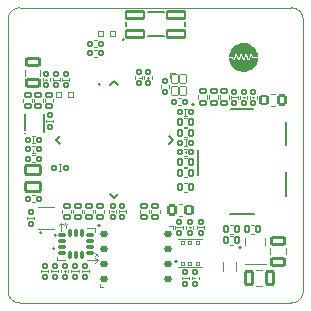
<source format=gto>
%TF.GenerationSoftware,KiCad,Pcbnew,9.0.1*%
%TF.CreationDate,2025-12-15T19:45:58-06:00*%
%TF.ProjectId,ProtoCore_v1,50726f74-6f43-46f7-9265-5f76312e6b69,rev?*%
%TF.SameCoordinates,Original*%
%TF.FileFunction,Legend,Top*%
%TF.FilePolarity,Positive*%
%FSLAX46Y46*%
G04 Gerber Fmt 4.6, Leading zero omitted, Abs format (unit mm)*
G04 Created by KiCad (PCBNEW 9.0.1) date 2025-12-15 19:45:58*
%MOMM*%
%LPD*%
G01*
G04 APERTURE LIST*
G04 Aperture macros list*
%AMRoundRect*
0 Rectangle with rounded corners*
0 $1 Rounding radius*
0 $2 $3 $4 $5 $6 $7 $8 $9 X,Y pos of 4 corners*
0 Add a 4 corners polygon primitive as box body*
4,1,4,$2,$3,$4,$5,$6,$7,$8,$9,$2,$3,0*
0 Add four circle primitives for the rounded corners*
1,1,$1+$1,$2,$3*
1,1,$1+$1,$4,$5*
1,1,$1+$1,$6,$7*
1,1,$1+$1,$8,$9*
0 Add four rect primitives between the rounded corners*
20,1,$1+$1,$2,$3,$4,$5,0*
20,1,$1+$1,$4,$5,$6,$7,0*
20,1,$1+$1,$6,$7,$8,$9,0*
20,1,$1+$1,$8,$9,$2,$3,0*%
G04 Aperture macros list end*
%ADD10C,0.120000*%
%ADD11C,0.150000*%
%ADD12C,0.125001*%
%ADD13C,0.000000*%
%ADD14C,0.127000*%
%ADD15C,0.200000*%
%ADD16C,0.100000*%
%ADD17C,0.161803*%
%ADD18C,0.177475*%
%ADD19C,0.010000*%
%ADD20RoundRect,0.082500X-0.192500X0.197500X-0.192500X-0.197500X0.192500X-0.197500X0.192500X0.197500X0*%
%ADD21R,0.246234X0.804110*%
%ADD22R,0.246236X0.804111*%
%ADD23R,0.242472X0.804111*%
%ADD24R,0.246232X0.804111*%
%ADD25RoundRect,0.076500X0.243500X-0.178500X0.243500X0.178500X-0.243500X0.178500X-0.243500X-0.178500X0*%
%ADD26RoundRect,0.082500X0.197500X0.192500X-0.197500X0.192500X-0.197500X-0.192500X0.197500X-0.192500X0*%
%ADD27RoundRect,0.082500X0.192500X-0.197500X0.192500X0.197500X-0.192500X0.197500X-0.192500X-0.197500X0*%
%ADD28RoundRect,0.076500X-0.243500X0.178500X-0.243500X-0.178500X0.243500X-0.178500X0.243500X0.178500X0*%
%ADD29RoundRect,0.082500X-0.197500X-0.192500X0.197500X-0.192500X0.197500X0.192500X-0.197500X0.192500X0*%
%ADD30RoundRect,0.076500X0.178500X0.243500X-0.178500X0.243500X-0.178500X-0.243500X0.178500X-0.243500X0*%
%ADD31C,0.600000*%
%ADD32RoundRect,0.102000X-0.650000X0.375000X-0.650000X-0.375000X0.650000X-0.375000X0.650000X0.375000X0*%
%ADD33RoundRect,0.050000X-0.290000X-0.365000X0.290000X-0.365000X0.290000X0.365000X-0.290000X0.365000X0*%
%ADD34R,1.800000X0.800000*%
%ADD35C,0.290000*%
%ADD36RoundRect,0.125000X-0.250000X-0.125000X0.250000X-0.125000X0.250000X0.125000X-0.250000X0.125000X0*%
%ADD37R,3.000000X3.750000*%
%ADD38RoundRect,0.123750X-0.288750X-0.338750X0.288750X-0.338750X0.288750X0.338750X-0.288750X0.338750X0*%
%ADD39RoundRect,0.123750X-0.288750X-0.351250X0.288750X-0.351250X0.288750X0.351250X-0.288750X0.351250X0*%
%ADD40RoundRect,0.123750X0.288750X0.338750X-0.288750X0.338750X-0.288750X-0.338750X0.288750X-0.338750X0*%
%ADD41RoundRect,0.123750X0.288750X0.351250X-0.288750X0.351250X-0.288750X-0.351250X0.288750X-0.351250X0*%
%ADD42RoundRect,0.076500X-0.178500X-0.243500X0.178500X-0.243500X0.178500X0.243500X-0.178500X0.243500X0*%
%ADD43RoundRect,0.135000X0.540000X-0.315000X0.540000X0.315000X-0.540000X0.315000X-0.540000X-0.315000X0*%
%ADD44RoundRect,0.087500X-0.225000X-0.087500X0.225000X-0.087500X0.225000X0.087500X-0.225000X0.087500X0*%
%ADD45RoundRect,0.087500X-0.087500X-0.225000X0.087500X-0.225000X0.087500X0.225000X-0.087500X0.225000X0*%
%ADD46RoundRect,0.055000X-0.240000X-0.220000X0.240000X-0.220000X0.240000X0.220000X-0.240000X0.220000X0*%
%ADD47R,0.200000X0.600000*%
%ADD48R,0.200000X1.600000*%
%ADD49RoundRect,0.056250X0.143750X-0.131250X0.143750X0.131250X-0.143750X0.131250X-0.143750X-0.131250X0*%
%ADD50R,1.600000X1.000000*%
%ADD51R,0.275000X0.250000*%
%ADD52R,0.250000X0.275000*%
%ADD53RoundRect,0.135000X-0.540000X0.315000X-0.540000X-0.315000X0.540000X-0.315000X0.540000X0.315000X0*%
%ADD54RoundRect,0.135000X-0.315000X-0.540000X0.315000X-0.540000X0.315000X0.540000X-0.315000X0.540000X0*%
%ADD55RoundRect,0.102000X0.750000X0.300000X-0.750000X0.300000X-0.750000X-0.300000X0.750000X-0.300000X0*%
%TA.AperFunction,Profile*%
%ADD56C,0.100000*%
%TD*%
G04 APERTURE END LIST*
D10*
%TO.C,C37*%
X142875000Y-109699664D02*
X142875000Y-109915336D01*
X142875000Y-109807500D02*
X143475000Y-109807500D01*
X143475000Y-109699664D02*
X143475000Y-109915336D01*
D11*
%TO.C,U4*%
X138935000Y-97827500D02*
X138935000Y-96502499D01*
X140585000Y-98002501D02*
X140585000Y-96502499D01*
D12*
X138997500Y-98127500D02*
G75*
G02*
X138872500Y-98127500I-62500J0D01*
G01*
X138872500Y-98127500D02*
G75*
G02*
X138997500Y-98127500I62500J0D01*
G01*
D10*
%TO.C,R4*%
X143020000Y-104898641D02*
X143020000Y-104591359D01*
X143780000Y-104898641D02*
X143780000Y-104591359D01*
%TO.C,C31*%
X152545000Y-98650000D02*
X152545000Y-99250000D01*
X152652836Y-98650000D02*
X152437164Y-98650000D01*
X152652836Y-99250000D02*
X152437164Y-99250000D01*
%TO.C,C3*%
X150490000Y-94084663D02*
X150490000Y-94300337D01*
X151090000Y-94084663D02*
X151090000Y-94300337D01*
%TO.C,C26*%
X151675000Y-106202836D02*
X151675000Y-105987164D01*
X152275000Y-106095000D02*
X151675000Y-106095000D01*
X152275000Y-106202836D02*
X152275000Y-105987164D01*
%TO.C,R7*%
X153620000Y-94921359D02*
X153620000Y-95228641D01*
X154380000Y-94921359D02*
X154380000Y-95228641D01*
%TO.C,C40*%
X141169098Y-109699664D02*
X141169098Y-109915336D01*
X141169098Y-109807500D02*
X141769098Y-109807500D01*
X141769098Y-109699664D02*
X141769098Y-109915336D01*
D13*
%TO.C,G\u002A\u002A\u002A*%
G36*
X156832095Y-91557697D02*
G01*
X156836568Y-91569369D01*
X156844946Y-91591968D01*
X156856637Y-91623869D01*
X156871047Y-91663443D01*
X156887584Y-91709063D01*
X156905655Y-91759102D01*
X156920771Y-91801094D01*
X156939552Y-91852898D01*
X156957300Y-91901024D01*
X156973432Y-91943947D01*
X156987361Y-91980143D01*
X156998502Y-92008086D01*
X157006269Y-92026252D01*
X157009743Y-92032822D01*
X157025832Y-92043053D01*
X157044007Y-92042350D01*
X157059220Y-92031044D01*
X157060291Y-92029487D01*
X157065551Y-92018622D01*
X157074330Y-91997433D01*
X157085747Y-91968184D01*
X157098916Y-91933141D01*
X157112953Y-91894567D01*
X157112994Y-91894452D01*
X157144299Y-91807326D01*
X157171374Y-91732577D01*
X157194207Y-91670243D01*
X157212783Y-91620360D01*
X157227088Y-91582966D01*
X157237109Y-91558098D01*
X157242831Y-91545793D01*
X157244042Y-91544360D01*
X157247380Y-91550326D01*
X157254354Y-91566909D01*
X157264195Y-91592137D01*
X157276131Y-91624041D01*
X157288946Y-91659390D01*
X157305669Y-91706198D01*
X157325023Y-91760373D01*
X157345152Y-91816721D01*
X157364201Y-91870050D01*
X157374107Y-91897786D01*
X157392438Y-91947646D01*
X157407761Y-91985811D01*
X157420673Y-92013431D01*
X157431773Y-92031651D01*
X157441656Y-92041620D01*
X157450451Y-92044491D01*
X157457268Y-92042558D01*
X157464547Y-92035990D01*
X157472824Y-92023638D01*
X157482635Y-92004353D01*
X157494515Y-91976983D01*
X157508999Y-91940379D01*
X157526624Y-91893392D01*
X157547403Y-91836314D01*
X157565710Y-91785414D01*
X157583467Y-91735779D01*
X157599905Y-91689576D01*
X157614258Y-91648970D01*
X157625758Y-91616126D01*
X157633637Y-91593211D01*
X157634735Y-91589937D01*
X157643910Y-91563651D01*
X157650363Y-91548758D01*
X157654922Y-91543797D01*
X157658418Y-91547306D01*
X157658647Y-91547836D01*
X157662095Y-91556959D01*
X157669506Y-91577152D01*
X157680341Y-91606932D01*
X157694063Y-91644814D01*
X157710135Y-91689315D01*
X157728019Y-91738951D01*
X157747177Y-91792236D01*
X157747963Y-91794426D01*
X157767280Y-91847634D01*
X157785610Y-91897028D01*
X157802386Y-91941158D01*
X157817039Y-91978574D01*
X157829002Y-92007826D01*
X157837705Y-92027467D01*
X157842582Y-92036045D01*
X157842712Y-92036156D01*
X157861880Y-92043869D01*
X157881364Y-92040988D01*
X157892344Y-92032822D01*
X157896925Y-92023940D01*
X157905405Y-92004024D01*
X157917209Y-91974601D01*
X157931761Y-91937199D01*
X157948486Y-91893348D01*
X157966808Y-91844577D01*
X157986154Y-91792413D01*
X158005946Y-91738386D01*
X158025611Y-91684024D01*
X158044572Y-91630856D01*
X158058106Y-91592337D01*
X158067639Y-91566758D01*
X158076028Y-91547430D01*
X158082156Y-91536761D01*
X158084438Y-91535656D01*
X158088246Y-91543584D01*
X158095504Y-91561699D01*
X158105287Y-91587589D01*
X158116671Y-91618843D01*
X158121021Y-91631049D01*
X158132686Y-91663936D01*
X158142900Y-91692652D01*
X158150769Y-91714689D01*
X158155398Y-91727541D01*
X158156089Y-91729409D01*
X158159824Y-91731636D01*
X158169844Y-91733459D01*
X158187164Y-91734911D01*
X158212797Y-91736024D01*
X158247756Y-91736831D01*
X158293057Y-91737366D01*
X158349712Y-91737659D01*
X158415286Y-91737744D01*
X158671307Y-91737744D01*
X158671268Y-91772753D01*
X158670212Y-91795152D01*
X158667418Y-91825583D01*
X158663394Y-91858931D01*
X158661251Y-91873957D01*
X158636174Y-91997275D01*
X158599325Y-92115340D01*
X158551414Y-92227602D01*
X158493149Y-92333506D01*
X158425241Y-92432502D01*
X158348399Y-92524037D01*
X158263332Y-92607559D01*
X158170749Y-92682516D01*
X158071361Y-92748355D01*
X157965876Y-92804525D01*
X157855004Y-92850473D01*
X157739454Y-92885646D01*
X157619935Y-92909494D01*
X157497158Y-92921464D01*
X157371831Y-92921003D01*
X157320953Y-92917196D01*
X157196033Y-92898662D01*
X157074084Y-92867456D01*
X156956135Y-92824101D01*
X156843215Y-92769120D01*
X156736354Y-92703035D01*
X156636581Y-92626370D01*
X156544926Y-92539647D01*
X156516206Y-92508426D01*
X156439714Y-92412769D01*
X156371999Y-92308510D01*
X156314703Y-92198311D01*
X156290791Y-92142610D01*
X156273340Y-92093872D01*
X156256696Y-92038017D01*
X156241579Y-91978362D01*
X156228707Y-91918222D01*
X156218797Y-91860913D01*
X156212567Y-91809751D01*
X156210700Y-91772753D01*
X156210661Y-91737744D01*
X156336180Y-91737744D01*
X156461699Y-91737744D01*
X156513921Y-91872780D01*
X156533516Y-91923389D01*
X156548996Y-91962928D01*
X156561065Y-91992762D01*
X156570430Y-92014256D01*
X156577795Y-92028775D01*
X156583865Y-92037683D01*
X156589347Y-92042346D01*
X156594946Y-92044129D01*
X156601366Y-92044396D01*
X156602602Y-92044389D01*
X156619400Y-92042403D01*
X156629346Y-92038845D01*
X156632258Y-92035096D01*
X156636905Y-92026062D01*
X156643577Y-92010986D01*
X156652568Y-91989112D01*
X156664169Y-91959682D01*
X156678673Y-91921940D01*
X156696371Y-91875128D01*
X156717557Y-91818488D01*
X156742522Y-91751265D01*
X156771558Y-91672701D01*
X156790598Y-91621047D01*
X156822527Y-91534357D01*
X156832095Y-91557697D01*
G37*
G36*
X157564201Y-90482913D02*
G01*
X157641019Y-90492813D01*
X157719090Y-90508703D01*
X157742506Y-90514469D01*
X157862819Y-90550898D01*
X157974702Y-90597004D01*
X158079515Y-90653560D01*
X158178615Y-90721343D01*
X158273360Y-90801126D01*
X158314588Y-90840801D01*
X158400819Y-90935099D01*
X158474546Y-91033253D01*
X158536252Y-91136087D01*
X158586420Y-91244423D01*
X158625534Y-91359085D01*
X158631409Y-91380351D01*
X158641610Y-91422338D01*
X158651172Y-91468564D01*
X158659500Y-91515451D01*
X158665999Y-91559421D01*
X158670073Y-91596896D01*
X158671185Y-91619380D01*
X158671307Y-91644386D01*
X158451249Y-91644386D01*
X158398590Y-91644320D01*
X158350450Y-91644131D01*
X158308381Y-91643837D01*
X158273938Y-91643453D01*
X158248675Y-91642995D01*
X158234147Y-91642479D01*
X158231191Y-91642107D01*
X158228919Y-91634116D01*
X158222624Y-91615763D01*
X158213085Y-91589127D01*
X158201084Y-91556287D01*
X158187402Y-91519322D01*
X158172819Y-91480312D01*
X158158116Y-91441335D01*
X158144075Y-91404472D01*
X158131474Y-91371800D01*
X158121097Y-91345400D01*
X158113722Y-91327349D01*
X158110136Y-91319734D01*
X158097598Y-91313146D01*
X158079183Y-91311245D01*
X158061466Y-91314044D01*
X158052287Y-91319592D01*
X158049385Y-91324789D01*
X158044475Y-91336084D01*
X158037284Y-91354225D01*
X158027536Y-91379961D01*
X158014958Y-91414037D01*
X157999276Y-91457203D01*
X157980214Y-91510206D01*
X157957499Y-91573794D01*
X157930857Y-91648715D01*
X157910165Y-91707056D01*
X157895422Y-91748464D01*
X157884377Y-91778615D01*
X157876331Y-91798841D01*
X157870586Y-91810475D01*
X157866444Y-91814851D01*
X157863204Y-91813302D01*
X157860169Y-91807160D01*
X157859122Y-91804428D01*
X157855462Y-91794443D01*
X157847828Y-91773450D01*
X157836777Y-91742987D01*
X157822865Y-91704591D01*
X157806650Y-91659799D01*
X157788687Y-91610146D01*
X157770930Y-91561031D01*
X157751773Y-91508459D01*
X157733653Y-91459556D01*
X157717149Y-91415819D01*
X157702838Y-91378746D01*
X157691299Y-91349835D01*
X157683109Y-91330584D01*
X157678980Y-91322635D01*
X157664891Y-91313863D01*
X157646853Y-91311256D01*
X157631061Y-91315207D01*
X157626283Y-91319301D01*
X157621248Y-91329189D01*
X157613458Y-91348179D01*
X157604346Y-91372711D01*
X157601443Y-91380984D01*
X157594262Y-91401589D01*
X157583851Y-91431263D01*
X157570909Y-91468028D01*
X157556138Y-91509904D01*
X157540236Y-91554912D01*
X157523906Y-91601074D01*
X157507848Y-91646411D01*
X157492761Y-91688943D01*
X157479347Y-91726692D01*
X157468306Y-91757678D01*
X157460338Y-91779924D01*
X157456278Y-91791091D01*
X157451006Y-91801776D01*
X157446504Y-91800639D01*
X157444771Y-91797760D01*
X157441387Y-91789361D01*
X157434082Y-91769864D01*
X157423390Y-91740742D01*
X157409847Y-91703468D01*
X157393988Y-91659514D01*
X157376348Y-91610352D01*
X157357548Y-91557697D01*
X157338644Y-91504886D01*
X157320927Y-91455892D01*
X157304941Y-91412177D01*
X157291225Y-91375201D01*
X157280322Y-91346422D01*
X157272773Y-91327302D01*
X157269120Y-91319301D01*
X157255752Y-91311620D01*
X157237899Y-91311805D01*
X157221282Y-91319139D01*
X157214640Y-91326118D01*
X157209441Y-91336858D01*
X157200694Y-91358036D01*
X157189233Y-91387497D01*
X157175893Y-91423084D01*
X157161510Y-91462641D01*
X157158469Y-91471156D01*
X157130983Y-91548194D01*
X157107569Y-91613428D01*
X157087926Y-91667653D01*
X157071749Y-91711665D01*
X157058738Y-91746259D01*
X157048589Y-91772229D01*
X157041001Y-91790371D01*
X157035670Y-91801480D01*
X157032294Y-91806351D01*
X157030927Y-91806470D01*
X157027717Y-91800121D01*
X157021420Y-91784700D01*
X157011857Y-91759716D01*
X156998847Y-91724678D01*
X156982211Y-91679097D01*
X156961769Y-91622481D01*
X156937339Y-91554341D01*
X156908744Y-91474185D01*
X156902950Y-91457911D01*
X156888681Y-91418348D01*
X156875502Y-91382804D01*
X156864191Y-91353304D01*
X156855530Y-91331870D01*
X156850296Y-91320528D01*
X156849645Y-91319541D01*
X156836609Y-91312591D01*
X156818618Y-91311545D01*
X156802647Y-91316340D01*
X156798295Y-91319988D01*
X156793658Y-91329006D01*
X156785489Y-91348358D01*
X156774678Y-91375795D01*
X156762116Y-91409068D01*
X156751413Y-91438352D01*
X156736101Y-91480645D01*
X156719391Y-91526440D01*
X156701903Y-91574073D01*
X156684256Y-91621885D01*
X156667069Y-91668212D01*
X156650962Y-91711395D01*
X156636553Y-91749769D01*
X156624461Y-91781675D01*
X156615307Y-91805450D01*
X156609709Y-91819433D01*
X156608274Y-91822480D01*
X156605225Y-91817484D01*
X156598454Y-91802270D01*
X156588924Y-91779113D01*
X156577594Y-91750282D01*
X156576021Y-91746191D01*
X156564183Y-91715222D01*
X156553848Y-91688034D01*
X156546093Y-91667463D01*
X156541990Y-91656345D01*
X156541888Y-91656056D01*
X156539694Y-91652421D01*
X156534908Y-91649625D01*
X156525959Y-91647560D01*
X156511276Y-91646117D01*
X156489287Y-91645187D01*
X156458421Y-91644661D01*
X156417108Y-91644431D01*
X156373263Y-91644386D01*
X156208694Y-91644386D01*
X156213033Y-91587932D01*
X156228710Y-91469652D01*
X156256977Y-91353737D01*
X156297164Y-91241117D01*
X156348602Y-91132723D01*
X156410621Y-91029485D01*
X156482551Y-90932334D01*
X156563723Y-90842200D01*
X156653468Y-90760014D01*
X156751115Y-90686705D01*
X156855996Y-90623206D01*
X156935347Y-90584200D01*
X157039706Y-90542635D01*
X157142957Y-90512074D01*
X157248570Y-90491727D01*
X157360015Y-90480801D01*
X157395958Y-90479214D01*
X157484045Y-90478536D01*
X157564201Y-90482913D01*
G37*
D10*
%TO.C,C9*%
X152412164Y-96050000D02*
X152627836Y-96050000D01*
X152412164Y-96650000D02*
X152627836Y-96650000D01*
X152520000Y-96650000D02*
X152520000Y-96050000D01*
%TO.C,C25*%
X139125000Y-105197164D02*
X139125000Y-105412836D01*
X139125000Y-105305000D02*
X139725000Y-105305000D01*
X139725000Y-105197164D02*
X139725000Y-105412836D01*
%TO.C,R22*%
X152673641Y-97720000D02*
X152366359Y-97720000D01*
X152673641Y-98480000D02*
X152366359Y-98480000D01*
%TO.C,R3*%
X142095000Y-104898641D02*
X142095000Y-104591359D01*
X142855000Y-104898641D02*
X142855000Y-104591359D01*
%TO.C,R15*%
X138800000Y-95201359D02*
X138800000Y-95508641D01*
X139560000Y-95201359D02*
X139560000Y-95508641D01*
%TO.C,C11*%
X146875000Y-104637164D02*
X146875000Y-104852836D01*
X146875000Y-104745000D02*
X147475000Y-104745000D01*
X147475000Y-104637164D02*
X147475000Y-104852836D01*
D14*
%TO.C,U1*%
X141557864Y-98665434D02*
X141890204Y-98333094D01*
X141557864Y-98665434D02*
X141890204Y-98997774D01*
X146507611Y-93715687D02*
X146175271Y-94048027D01*
X146507611Y-93715687D02*
X146839951Y-94048027D01*
X146507611Y-103615181D02*
X146175271Y-103282841D01*
X146507611Y-103615181D02*
X146839951Y-103282841D01*
X151457358Y-98665434D02*
X151125018Y-98333094D01*
X151457358Y-98665434D02*
X151125018Y-98997774D01*
D15*
X145292141Y-93980852D02*
G75*
G02*
X145142141Y-93980852I-75000J0D01*
G01*
X145142141Y-93980852D02*
G75*
G02*
X145292141Y-93980852I75000J0D01*
G01*
D16*
%TO.C,Y2*%
X151250000Y-93037500D02*
X151250000Y-93437500D01*
X151650000Y-93037500D02*
X151250000Y-93037500D01*
D10*
%TO.C,R13*%
X156573641Y-106795000D02*
X156266359Y-106795000D01*
X156573641Y-107555000D02*
X156266359Y-107555000D01*
%TO.C,C5*%
X141275000Y-93702836D02*
X141275000Y-93487164D01*
X141875000Y-93595000D02*
X141275000Y-93595000D01*
X141875000Y-93702836D02*
X141875000Y-93487164D01*
%TO.C,C29*%
X156350000Y-95202836D02*
X156350000Y-94987164D01*
X156950000Y-95095000D02*
X156350000Y-95095000D01*
X156950000Y-95202836D02*
X156950000Y-94987164D01*
%TO.C,L3*%
X155715000Y-109025378D02*
X155715000Y-109824622D01*
X156835000Y-109025378D02*
X156835000Y-109824622D01*
%TO.C,C13*%
X139537163Y-103375000D02*
X139752837Y-103375000D01*
X139537163Y-103975000D02*
X139752837Y-103975000D01*
%TO.C,R11*%
X149595000Y-104898641D02*
X149595000Y-104591359D01*
X150355000Y-104898641D02*
X150355000Y-104591359D01*
%TO.C,C8*%
X142100000Y-93702836D02*
X142100000Y-93487164D01*
X142700000Y-93595000D02*
X142100000Y-93595000D01*
X142700000Y-93702836D02*
X142700000Y-93487164D01*
D15*
%TO.C,U7*%
X153550000Y-101625000D02*
X153550000Y-99575000D01*
X156350000Y-96100000D02*
X158250000Y-96100000D01*
X158325000Y-105000000D02*
X156324999Y-105000000D01*
X161050000Y-99150000D02*
X161050000Y-97150000D01*
X161050000Y-103450000D02*
X161050000Y-101450000D01*
X153275737Y-95700000D02*
G75*
G02*
X153074263Y-95700000I-100737J0D01*
G01*
X153074263Y-95700000D02*
G75*
G02*
X153275737Y-95700000I100737J0D01*
G01*
D10*
%TO.C,C15*%
X145027837Y-90230000D02*
X144812163Y-90230000D01*
X145027837Y-90830000D02*
X144812163Y-90830000D01*
%TO.C,C4*%
X140450000Y-93702836D02*
X140450000Y-93487164D01*
X140750000Y-93661418D02*
X140750000Y-93528582D01*
X140841418Y-93595000D02*
X140658582Y-93595000D01*
X141050000Y-93702836D02*
X141050000Y-93487164D01*
%TO.C,U6*%
X145250000Y-111150000D02*
X145250000Y-110900000D01*
X145250000Y-111160000D02*
X145550000Y-111160000D01*
X151450000Y-105950000D02*
X151150000Y-105950000D01*
X151450000Y-105960000D02*
X151450000Y-106210000D01*
D15*
X145300000Y-105950000D02*
G75*
G02*
X145100000Y-105950000I-100000J0D01*
G01*
X145100000Y-105950000D02*
G75*
G02*
X145300000Y-105950000I100000J0D01*
G01*
D10*
%TO.C,C10*%
X141895000Y-100750000D02*
X141895000Y-101350000D01*
X142002836Y-100750000D02*
X141787164Y-100750000D01*
X142002836Y-101350000D02*
X141787164Y-101350000D01*
%TO.C,C39*%
X140319098Y-109699664D02*
X140319098Y-109915336D01*
X140319098Y-109807500D02*
X140919098Y-109807500D01*
X140919098Y-109699664D02*
X140919098Y-109915336D01*
%TO.C,C7*%
X149050000Y-93537836D02*
X149050000Y-93322164D01*
X149350000Y-93496418D02*
X149350000Y-93363582D01*
X149441418Y-93430000D02*
X149258582Y-93430000D01*
X149650000Y-93537836D02*
X149650000Y-93322164D01*
%TO.C,C27*%
X159796919Y-94840000D02*
X160078081Y-94840000D01*
X159796919Y-95860000D02*
X160078081Y-95860000D01*
%TO.C,C34*%
X152228081Y-104102500D02*
X151946919Y-104102500D01*
X152228081Y-105122500D02*
X151946919Y-105122500D01*
%TO.C,C33*%
X152545000Y-99658582D02*
X152545000Y-99841418D01*
X152611418Y-99750000D02*
X152478582Y-99750000D01*
X152652836Y-99450000D02*
X152437164Y-99450000D01*
X152652836Y-100050000D02*
X152437164Y-100050000D01*
%TO.C,R17*%
X152366359Y-102320000D02*
X152673641Y-102320000D01*
X152366359Y-103080000D02*
X152673641Y-103080000D01*
%TO.C,C1*%
X138900000Y-93261252D02*
X138900000Y-92738748D01*
X140250000Y-93261252D02*
X140250000Y-92738748D01*
%TO.C,C6*%
X146050000Y-104637164D02*
X146050000Y-104852836D01*
X146258582Y-104745000D02*
X146441418Y-104745000D01*
X146350000Y-104678582D02*
X146350000Y-104811418D01*
X146650000Y-104637164D02*
X146650000Y-104852836D01*
%TO.C,C24*%
X139532164Y-98370000D02*
X139747836Y-98370000D01*
X139532164Y-98970000D02*
X139747836Y-98970000D01*
X139640000Y-98970000D02*
X139640000Y-98370000D01*
%TO.C,C23*%
X139532164Y-99170000D02*
X139747836Y-99170000D01*
X139532164Y-99770000D02*
X139747836Y-99770000D01*
X139640000Y-99770000D02*
X139640000Y-99520000D01*
%TO.C,R9*%
X148670000Y-104591359D02*
X148670000Y-104898641D01*
X149430000Y-104591359D02*
X149430000Y-104898641D01*
%TO.C,R8*%
X152366359Y-101095000D02*
X152673641Y-101095000D01*
X152366359Y-101855000D02*
X152673641Y-101855000D01*
%TO.C,C35*%
X143725000Y-109699664D02*
X143725000Y-109915336D01*
X143725000Y-109807500D02*
X144325000Y-109807500D01*
X144325000Y-109699664D02*
X144325000Y-109915336D01*
%TO.C,C38*%
X157150000Y-95202836D02*
X157150000Y-94987164D01*
X157450000Y-95161418D02*
X157450000Y-95028582D01*
X157541418Y-95095000D02*
X157358582Y-95095000D01*
X157750000Y-95202836D02*
X157750000Y-94987164D01*
%TO.C,C22*%
X140720000Y-96972164D02*
X140720000Y-97187836D01*
X140720000Y-97080000D02*
X141320000Y-97080000D01*
X141320000Y-96972164D02*
X141320000Y-97187836D01*
%TO.C,C18*%
X152600000Y-106202836D02*
X152600000Y-105987164D01*
X152900000Y-106161418D02*
X152900000Y-106028582D01*
X152991418Y-106095000D02*
X152808582Y-106095000D01*
X153200000Y-106202836D02*
X153200000Y-105987164D01*
%TO.C,U8*%
X141640000Y-108872500D02*
X141640000Y-108587500D01*
D16*
X141800000Y-105912500D02*
X142000000Y-105706250D01*
X142000000Y-106362500D02*
X142000000Y-105712500D01*
X142200000Y-105912500D02*
X142000000Y-105706250D01*
D10*
X142315000Y-108872500D02*
X141640000Y-108872500D01*
D16*
X142450000Y-105940625D02*
X142325000Y-105762500D01*
X142450000Y-106137500D02*
X142450000Y-105937500D01*
X142575000Y-105762500D02*
X142446875Y-105937500D01*
D10*
X144185000Y-106152500D02*
X144860000Y-106152500D01*
X144185000Y-108872500D02*
X145075000Y-108872500D01*
X144860000Y-106152500D02*
X144860000Y-106462500D01*
D16*
X144871875Y-108662500D02*
X145078125Y-108862499D01*
X144871875Y-109087499D02*
X145078125Y-108887500D01*
X144887500Y-108525000D02*
X145112500Y-108237500D01*
X145112500Y-108525000D02*
X144887500Y-108237500D01*
D17*
X141580901Y-106762500D02*
G75*
G02*
X141419099Y-106762500I-80901J0D01*
G01*
X141419099Y-106762500D02*
G75*
G02*
X141580901Y-106762500I80901J0D01*
G01*
D10*
%TO.C,C21*%
X152225000Y-110287164D02*
X152225000Y-110502836D01*
X152225000Y-110395000D02*
X152825000Y-110395000D01*
X152825000Y-110287164D02*
X152825000Y-110502836D01*
%TO.C,R5*%
X143945000Y-104591359D02*
X143945000Y-104898641D01*
X144705000Y-104591359D02*
X144705000Y-104898641D01*
%TO.C,C28*%
X142019098Y-109699664D02*
X142019098Y-109915336D01*
X142227680Y-109807500D02*
X142410516Y-109807500D01*
X142319098Y-109741082D02*
X142319098Y-109873918D01*
X142619098Y-109699664D02*
X142619098Y-109915336D01*
%TO.C,R12*%
X156573641Y-105870000D02*
X156266359Y-105870000D01*
X156573641Y-106630000D02*
X156266359Y-106630000D01*
%TO.C,C12*%
X148250000Y-93537836D02*
X148250000Y-93322164D01*
X148850000Y-93430000D02*
X148600000Y-93430000D01*
X148850000Y-93537836D02*
X148850000Y-93322164D01*
%TO.C,R14*%
X139700000Y-95201359D02*
X139700000Y-95508641D01*
X140460000Y-95201359D02*
X140460000Y-95508641D01*
D16*
%TO.C,U5*%
X140225000Y-106537500D02*
X140225000Y-106537500D01*
X140275000Y-106512500D02*
X140275000Y-106587500D01*
X141400000Y-104362500D02*
X140000000Y-104362500D01*
X141400000Y-106262500D02*
X140000000Y-106262500D01*
X140175000Y-106537500D02*
G75*
G02*
X140375000Y-106537500I100000J0D01*
G01*
X140378078Y-106537500D02*
G75*
G02*
X140175000Y-106512500I-103078J0D01*
G01*
D10*
%TO.C,R1*%
X140590000Y-95201359D02*
X140590000Y-95508641D01*
X141350000Y-95201359D02*
X141350000Y-95508641D01*
%TO.C,C16*%
X145037837Y-91050000D02*
X144822163Y-91050000D01*
X145037837Y-91650000D02*
X144822163Y-91650000D01*
%TO.C,C2*%
X139537163Y-99975000D02*
X139752837Y-99975000D01*
X139537163Y-100575000D02*
X139752837Y-100575000D01*
%TO.C,C14*%
X151893413Y-95143750D02*
X152109087Y-95143750D01*
X151893413Y-95743750D02*
X152109087Y-95743750D01*
%TO.C,U3*%
X153925000Y-107100000D02*
X151925000Y-107100000D01*
X153925000Y-109475000D02*
X151925000Y-109475000D01*
D18*
X151813737Y-108975000D02*
G75*
G02*
X151636263Y-108975000I-88737J0D01*
G01*
X151636263Y-108975000D02*
G75*
G02*
X151813737Y-108975000I88737J0D01*
G01*
D10*
%TO.C,C19*%
X153050000Y-110287164D02*
X153050000Y-110502836D01*
X153050000Y-110395000D02*
X153300000Y-110395000D01*
X153650000Y-110287164D02*
X153650000Y-110502836D01*
D16*
%TO.C,U10*%
X141319098Y-107925500D02*
X141319098Y-107925500D01*
X141319098Y-107925500D02*
X141419098Y-107925500D01*
X141269098Y-107925500D02*
G75*
G02*
X141469098Y-107925500I100000J0D01*
G01*
X141469098Y-107925500D02*
G75*
G02*
X141269098Y-107925500I-100000J0D01*
G01*
D10*
%TO.C,C32*%
X157950000Y-95202836D02*
X157950000Y-94987164D01*
X158250000Y-95161418D02*
X158250000Y-95028582D01*
X158341418Y-95095000D02*
X158158582Y-95095000D01*
X158550000Y-95202836D02*
X158550000Y-94987164D01*
%TO.C,R21*%
X152673641Y-96820000D02*
X152366359Y-96820000D01*
X152673641Y-97580000D02*
X152366359Y-97580000D01*
%TO.C,R6*%
X144870000Y-104591359D02*
X144870000Y-104898641D01*
X145630000Y-104591359D02*
X145630000Y-104898641D01*
%TO.C,R20*%
X154520000Y-95233641D02*
X154520000Y-94926359D01*
X155280000Y-95233641D02*
X155280000Y-94926359D01*
%TO.C,R10*%
X158348641Y-105870000D02*
X158041359Y-105870000D01*
X158348641Y-106630000D02*
X158041359Y-106630000D01*
%TO.C,C17*%
X159675000Y-107858748D02*
X159675000Y-108381252D01*
X161025000Y-107858748D02*
X161025000Y-108381252D01*
%TO.C,C20*%
X158513748Y-109675000D02*
X159036252Y-109675000D01*
X158513748Y-111025000D02*
X159036252Y-111025000D01*
%TO.C,C30*%
X153525000Y-105987164D02*
X153525000Y-106202836D01*
X153525000Y-106095000D02*
X154125000Y-106095000D01*
X154125000Y-105987164D02*
X154125000Y-106202836D01*
%TO.C,R2*%
X155420000Y-94926359D02*
X155420000Y-95233641D01*
X156180000Y-94926359D02*
X156180000Y-95233641D01*
%TO.C,R19*%
X152366359Y-100195000D02*
X152673641Y-100195000D01*
X152366359Y-100955000D02*
X152673641Y-100955000D01*
D16*
%TO.C,U2*%
X157525000Y-109200000D02*
X159325000Y-109200000D01*
X157550000Y-107606250D02*
X157550000Y-106993750D01*
X159300000Y-107606250D02*
X159300000Y-106993750D01*
D15*
X157225000Y-107800000D02*
G75*
G02*
X157025000Y-107800000I-100000J0D01*
G01*
X157025000Y-107800000D02*
G75*
G02*
X157225000Y-107800000I100000J0D01*
G01*
D14*
%TO.C,ANT1*%
X147500000Y-89086500D02*
X147500000Y-88713500D01*
X150686500Y-87900000D02*
X149313500Y-87900000D01*
X150686500Y-89900000D02*
X149313500Y-89900000D01*
X152500000Y-89086500D02*
X152500000Y-88713500D01*
D11*
X147350000Y-90200000D02*
G75*
G02*
X147200000Y-90200000I-75000J0D01*
G01*
X147200000Y-90200000D02*
G75*
G02*
X147350000Y-90200000I75000J0D01*
G01*
%TD*%
%LPC*%
D13*
G36*
X146860000Y-88725000D02*
G01*
X142797500Y-88725000D01*
X139025000Y-88725000D01*
X138990000Y-88730000D01*
X138930000Y-88750000D01*
X138825000Y-88825000D01*
X138750000Y-88930000D01*
X138730000Y-88990000D01*
X138725000Y-89025000D01*
X138725000Y-110975000D01*
X138737642Y-111034148D01*
X138782912Y-111143440D01*
X138866560Y-111227088D01*
X138975852Y-111272358D01*
X139035000Y-111275000D01*
X160985000Y-111275000D01*
X161044148Y-111272358D01*
X161153440Y-111227088D01*
X161237088Y-111143440D01*
X161282358Y-111034148D01*
X161285000Y-110975000D01*
X161285000Y-89025000D01*
X161280000Y-88990000D01*
X161260000Y-88930000D01*
X161185000Y-88825000D01*
X161080000Y-88750000D01*
X161020000Y-88730000D01*
X160985000Y-88725000D01*
X153160000Y-88725000D01*
X153160000Y-87700000D01*
X161610000Y-87700000D01*
X161860000Y-87775000D01*
X162085000Y-87925000D01*
X162235000Y-88150000D01*
X162310000Y-88400000D01*
X162310000Y-111600000D01*
X162260000Y-111775000D01*
X162210000Y-111900000D01*
X162085000Y-112050000D01*
X162010000Y-112125000D01*
X161810000Y-112250000D01*
X161610000Y-112300000D01*
X138410000Y-112300000D01*
X138222500Y-112250000D01*
X138035000Y-112150000D01*
X137910000Y-112025000D01*
X137810000Y-111900000D01*
X137735000Y-111700000D01*
X137710000Y-111600000D01*
X137710000Y-88400000D01*
X137785000Y-88150000D01*
X137935000Y-87925000D01*
X138160000Y-87775000D01*
X138410000Y-87700000D01*
X146860000Y-87700000D01*
X146860000Y-88725000D01*
G37*
D19*
X153775000Y-91050000D02*
X146075000Y-91050000D01*
X146075000Y-90500000D01*
X153150000Y-90500000D01*
X153150000Y-88350000D01*
X153775000Y-88350000D01*
X153775000Y-91050000D01*
G36*
X153775000Y-91050000D02*
G01*
X146075000Y-91050000D01*
X146075000Y-90500000D01*
X153150000Y-90500000D01*
X153150000Y-88350000D01*
X153775000Y-88350000D01*
X153775000Y-91050000D01*
G37*
X146850000Y-91050000D02*
X145875000Y-91050000D01*
X145875000Y-90175000D01*
X146850000Y-90175000D01*
X146850000Y-91050000D01*
G36*
X146850000Y-91050000D02*
G01*
X145875000Y-91050000D01*
X145875000Y-90175000D01*
X146850000Y-90175000D01*
X146850000Y-91050000D01*
G37*
D16*
X161450000Y-105750000D02*
X154900000Y-105750347D01*
X154900000Y-111300000D01*
X154377476Y-111300000D01*
X154377476Y-105250000D01*
X161450000Y-105250000D01*
X161450000Y-105750000D01*
G36*
X161450000Y-105750000D02*
G01*
X154900000Y-105750347D01*
X154900000Y-111300000D01*
X154377476Y-111300000D01*
X154377476Y-105250000D01*
X161450000Y-105250000D01*
X161450000Y-105750000D01*
G37*
D19*
%TO.C,U1*%
X142685699Y-98294203D02*
X142459425Y-98520477D01*
X141794744Y-97855797D01*
X142021018Y-97629523D01*
X142685699Y-98294203D01*
G36*
X142685699Y-98294203D02*
G01*
X142459425Y-98520477D01*
X141794744Y-97855797D01*
X142021018Y-97629523D01*
X142685699Y-98294203D01*
G37*
X142968542Y-98011360D02*
X142742267Y-98237634D01*
X142077587Y-97572954D01*
X142303861Y-97346680D01*
X142968542Y-98011360D01*
G36*
X142968542Y-98011360D02*
G01*
X142742267Y-98237634D01*
X142077587Y-97572954D01*
X142303861Y-97346680D01*
X142968542Y-98011360D01*
G37*
X142685699Y-99036665D02*
X142021018Y-99701345D01*
X141794744Y-99475071D01*
X142459425Y-98810391D01*
X142685699Y-99036665D01*
G36*
X142685699Y-99036665D02*
G01*
X142021018Y-99701345D01*
X141794744Y-99475071D01*
X142459425Y-98810391D01*
X142685699Y-99036665D01*
G37*
X143251384Y-97728518D02*
X143025110Y-97954792D01*
X142360430Y-97290111D01*
X142586704Y-97063837D01*
X143251384Y-97728518D01*
G36*
X143251384Y-97728518D02*
G01*
X143025110Y-97954792D01*
X142360430Y-97290111D01*
X142586704Y-97063837D01*
X143251384Y-97728518D01*
G37*
X142968542Y-99319508D02*
X142303861Y-99984188D01*
X142077587Y-99757914D01*
X142742267Y-99093234D01*
X142968542Y-99319508D01*
G36*
X142968542Y-99319508D02*
G01*
X142303861Y-99984188D01*
X142077587Y-99757914D01*
X142742267Y-99093234D01*
X142968542Y-99319508D01*
G37*
X143534227Y-97445675D02*
X143307953Y-97671949D01*
X142643272Y-97007269D01*
X142869547Y-96780994D01*
X143534227Y-97445675D01*
G36*
X143534227Y-97445675D02*
G01*
X143307953Y-97671949D01*
X142643272Y-97007269D01*
X142869547Y-96780994D01*
X143534227Y-97445675D01*
G37*
X143251384Y-99602350D02*
X142586704Y-100267031D01*
X142360430Y-100040757D01*
X143025110Y-99376076D01*
X143251384Y-99602350D01*
G36*
X143251384Y-99602350D02*
G01*
X142586704Y-100267031D01*
X142360430Y-100040757D01*
X143025110Y-99376076D01*
X143251384Y-99602350D01*
G37*
X143817070Y-97162832D02*
X143590796Y-97389106D01*
X142926115Y-96724426D01*
X143152389Y-96498152D01*
X143817070Y-97162832D01*
G36*
X143817070Y-97162832D02*
G01*
X143590796Y-97389106D01*
X142926115Y-96724426D01*
X143152389Y-96498152D01*
X143817070Y-97162832D01*
G37*
X143534227Y-99885193D02*
X142869547Y-100549874D01*
X142643272Y-100323599D01*
X143307953Y-99658919D01*
X143534227Y-99885193D01*
G36*
X143534227Y-99885193D02*
G01*
X142869547Y-100549874D01*
X142643272Y-100323599D01*
X143307953Y-99658919D01*
X143534227Y-99885193D01*
G37*
X144099912Y-96879989D02*
X143873638Y-97106264D01*
X143208958Y-96441583D01*
X143435232Y-96215309D01*
X144099912Y-96879989D01*
G36*
X144099912Y-96879989D02*
G01*
X143873638Y-97106264D01*
X143208958Y-96441583D01*
X143435232Y-96215309D01*
X144099912Y-96879989D01*
G37*
X143817070Y-100168036D02*
X143152389Y-100832716D01*
X142926115Y-100606442D01*
X143590796Y-99941762D01*
X143817070Y-100168036D01*
G36*
X143817070Y-100168036D02*
G01*
X143152389Y-100832716D01*
X142926115Y-100606442D01*
X143590796Y-99941762D01*
X143817070Y-100168036D01*
G37*
X144382755Y-96597147D02*
X144156481Y-96823421D01*
X143491801Y-96158740D01*
X143718075Y-95932466D01*
X144382755Y-96597147D01*
G36*
X144382755Y-96597147D02*
G01*
X144156481Y-96823421D01*
X143491801Y-96158740D01*
X143718075Y-95932466D01*
X144382755Y-96597147D01*
G37*
X144099912Y-100450879D02*
X143435232Y-101115559D01*
X143208958Y-100889285D01*
X143873638Y-100224604D01*
X144099912Y-100450879D01*
G36*
X144099912Y-100450879D02*
G01*
X143435232Y-101115559D01*
X143208958Y-100889285D01*
X143873638Y-100224604D01*
X144099912Y-100450879D01*
G37*
X144665598Y-96314304D02*
X144439324Y-96540578D01*
X143774643Y-95875898D01*
X144000917Y-95649624D01*
X144665598Y-96314304D01*
G36*
X144665598Y-96314304D02*
G01*
X144439324Y-96540578D01*
X143774643Y-95875898D01*
X144000917Y-95649624D01*
X144665598Y-96314304D01*
G37*
X144382755Y-100733721D02*
X143718075Y-101398402D01*
X143491801Y-101172128D01*
X144156481Y-100507447D01*
X144382755Y-100733721D01*
G36*
X144382755Y-100733721D02*
G01*
X143718075Y-101398402D01*
X143491801Y-101172128D01*
X144156481Y-100507447D01*
X144382755Y-100733721D01*
G37*
X144948441Y-96031461D02*
X144722166Y-96257735D01*
X144057486Y-95593055D01*
X144283760Y-95366781D01*
X144948441Y-96031461D01*
G36*
X144948441Y-96031461D02*
G01*
X144722166Y-96257735D01*
X144057486Y-95593055D01*
X144283760Y-95366781D01*
X144948441Y-96031461D01*
G37*
X144665598Y-101016564D02*
X144000917Y-101681244D01*
X143774643Y-101454970D01*
X144439324Y-100790290D01*
X144665598Y-101016564D01*
G36*
X144665598Y-101016564D02*
G01*
X144000917Y-101681244D01*
X143774643Y-101454970D01*
X144439324Y-100790290D01*
X144665598Y-101016564D01*
G37*
X145231283Y-95748619D02*
X145005009Y-95974893D01*
X144340329Y-95310212D01*
X144566603Y-95083938D01*
X145231283Y-95748619D01*
G36*
X145231283Y-95748619D02*
G01*
X145005009Y-95974893D01*
X144340329Y-95310212D01*
X144566603Y-95083938D01*
X145231283Y-95748619D01*
G37*
X144948441Y-101299407D02*
X144283760Y-101964087D01*
X144057486Y-101737813D01*
X144722166Y-101073133D01*
X144948441Y-101299407D01*
G36*
X144948441Y-101299407D02*
G01*
X144283760Y-101964087D01*
X144057486Y-101737813D01*
X144722166Y-101073133D01*
X144948441Y-101299407D01*
G37*
X145514126Y-95465776D02*
X145287852Y-95692050D01*
X144623171Y-95027370D01*
X144849446Y-94801095D01*
X145514126Y-95465776D01*
G36*
X145514126Y-95465776D02*
G01*
X145287852Y-95692050D01*
X144623171Y-95027370D01*
X144849446Y-94801095D01*
X145514126Y-95465776D01*
G37*
X145231283Y-101582249D02*
X144566603Y-102246930D01*
X144340329Y-102020656D01*
X145005009Y-101355975D01*
X145231283Y-101582249D01*
G36*
X145231283Y-101582249D02*
G01*
X144566603Y-102246930D01*
X144340329Y-102020656D01*
X145005009Y-101355975D01*
X145231283Y-101582249D01*
G37*
X145796969Y-95182933D02*
X145570695Y-95409207D01*
X144906014Y-94744527D01*
X145132288Y-94518253D01*
X145796969Y-95182933D01*
G36*
X145796969Y-95182933D02*
G01*
X145570695Y-95409207D01*
X144906014Y-94744527D01*
X145132288Y-94518253D01*
X145796969Y-95182933D01*
G37*
X145514126Y-101865092D02*
X144849446Y-102529773D01*
X144623171Y-102303498D01*
X145287852Y-101638818D01*
X145514126Y-101865092D01*
G36*
X145514126Y-101865092D02*
G01*
X144849446Y-102529773D01*
X144623171Y-102303498D01*
X145287852Y-101638818D01*
X145514126Y-101865092D01*
G37*
X146079811Y-94900090D02*
X145853537Y-95126365D01*
X145188857Y-94461684D01*
X145415131Y-94235410D01*
X146079811Y-94900090D01*
G36*
X146079811Y-94900090D02*
G01*
X145853537Y-95126365D01*
X145188857Y-94461684D01*
X145415131Y-94235410D01*
X146079811Y-94900090D01*
G37*
X145796969Y-102147935D02*
X145132288Y-102812615D01*
X144906014Y-102586341D01*
X145570695Y-101921661D01*
X145796969Y-102147935D01*
G36*
X145796969Y-102147935D02*
G01*
X145132288Y-102812615D01*
X144906014Y-102586341D01*
X145570695Y-101921661D01*
X145796969Y-102147935D01*
G37*
X146362654Y-94617248D02*
X146136380Y-94843522D01*
X145471700Y-94178841D01*
X145697974Y-93952567D01*
X146362654Y-94617248D01*
G36*
X146362654Y-94617248D02*
G01*
X146136380Y-94843522D01*
X145471700Y-94178841D01*
X145697974Y-93952567D01*
X146362654Y-94617248D01*
G37*
X146079811Y-102430778D02*
X145415131Y-103095458D01*
X145188857Y-102869184D01*
X145853537Y-102204503D01*
X146079811Y-102430778D01*
G36*
X146079811Y-102430778D02*
G01*
X145415131Y-103095458D01*
X145188857Y-102869184D01*
X145853537Y-102204503D01*
X146079811Y-102430778D01*
G37*
X146362654Y-102713620D02*
X145697974Y-103378301D01*
X145471700Y-103152027D01*
X146136380Y-102487346D01*
X146362654Y-102713620D01*
G36*
X146362654Y-102713620D02*
G01*
X145697974Y-103378301D01*
X145471700Y-103152027D01*
X146136380Y-102487346D01*
X146362654Y-102713620D01*
G37*
X149336038Y-98665434D02*
X146507611Y-101493861D01*
X143679184Y-98665434D01*
X146507611Y-95837007D01*
X149336038Y-98665434D01*
G36*
X149336038Y-98665434D02*
G01*
X146507611Y-101493861D01*
X143679184Y-98665434D01*
X146507611Y-95837007D01*
X149336038Y-98665434D01*
G37*
X147543522Y-103152027D02*
X147317248Y-103378301D01*
X146652568Y-102713620D01*
X146878842Y-102487346D01*
X147543522Y-103152027D01*
G36*
X147543522Y-103152027D02*
G01*
X147317248Y-103378301D01*
X146652568Y-102713620D01*
X146878842Y-102487346D01*
X147543522Y-103152027D01*
G37*
X147826365Y-102869184D02*
X147600091Y-103095458D01*
X146935411Y-102430778D01*
X147161685Y-102204503D01*
X147826365Y-102869184D01*
G36*
X147826365Y-102869184D02*
G01*
X147600091Y-103095458D01*
X146935411Y-102430778D01*
X147161685Y-102204503D01*
X147826365Y-102869184D01*
G37*
X147543522Y-94178841D02*
X146878842Y-94843522D01*
X146652568Y-94617248D01*
X147317248Y-93952567D01*
X147543522Y-94178841D01*
G36*
X147543522Y-94178841D02*
G01*
X146878842Y-94843522D01*
X146652568Y-94617248D01*
X147317248Y-93952567D01*
X147543522Y-94178841D01*
G37*
X148109208Y-102586341D02*
X147882934Y-102812615D01*
X147218253Y-102147935D01*
X147444527Y-101921661D01*
X148109208Y-102586341D01*
G36*
X148109208Y-102586341D02*
G01*
X147882934Y-102812615D01*
X147218253Y-102147935D01*
X147444527Y-101921661D01*
X148109208Y-102586341D01*
G37*
X147826365Y-94461684D02*
X147161685Y-95126365D01*
X146935411Y-94900090D01*
X147600091Y-94235410D01*
X147826365Y-94461684D01*
G36*
X147826365Y-94461684D02*
G01*
X147161685Y-95126365D01*
X146935411Y-94900090D01*
X147600091Y-94235410D01*
X147826365Y-94461684D01*
G37*
X148392051Y-102303498D02*
X148165776Y-102529773D01*
X147501096Y-101865092D01*
X147727370Y-101638818D01*
X148392051Y-102303498D01*
G36*
X148392051Y-102303498D02*
G01*
X148165776Y-102529773D01*
X147501096Y-101865092D01*
X147727370Y-101638818D01*
X148392051Y-102303498D01*
G37*
X148109208Y-94744527D02*
X147444527Y-95409207D01*
X147218253Y-95182933D01*
X147882934Y-94518253D01*
X148109208Y-94744527D01*
G36*
X148109208Y-94744527D02*
G01*
X147444527Y-95409207D01*
X147218253Y-95182933D01*
X147882934Y-94518253D01*
X148109208Y-94744527D01*
G37*
X148674893Y-102020656D02*
X148448619Y-102246930D01*
X147783939Y-101582249D01*
X148010213Y-101355975D01*
X148674893Y-102020656D01*
G36*
X148674893Y-102020656D02*
G01*
X148448619Y-102246930D01*
X147783939Y-101582249D01*
X148010213Y-101355975D01*
X148674893Y-102020656D01*
G37*
X148392051Y-95027370D02*
X147727370Y-95692050D01*
X147501096Y-95465776D01*
X148165776Y-94801095D01*
X148392051Y-95027370D01*
G36*
X148392051Y-95027370D02*
G01*
X147727370Y-95692050D01*
X147501096Y-95465776D01*
X148165776Y-94801095D01*
X148392051Y-95027370D01*
G37*
X148957736Y-101737813D02*
X148731462Y-101964087D01*
X148066781Y-101299407D01*
X148293056Y-101073133D01*
X148957736Y-101737813D01*
G36*
X148957736Y-101737813D02*
G01*
X148731462Y-101964087D01*
X148066781Y-101299407D01*
X148293056Y-101073133D01*
X148957736Y-101737813D01*
G37*
X148674893Y-95310212D02*
X148010213Y-95974893D01*
X147783939Y-95748619D01*
X148448619Y-95083938D01*
X148674893Y-95310212D01*
G36*
X148674893Y-95310212D02*
G01*
X148010213Y-95974893D01*
X147783939Y-95748619D01*
X148448619Y-95083938D01*
X148674893Y-95310212D01*
G37*
X149240579Y-101454970D02*
X149014305Y-101681244D01*
X148349624Y-101016564D01*
X148575898Y-100790290D01*
X149240579Y-101454970D01*
G36*
X149240579Y-101454970D02*
G01*
X149014305Y-101681244D01*
X148349624Y-101016564D01*
X148575898Y-100790290D01*
X149240579Y-101454970D01*
G37*
X148957736Y-95593055D02*
X148293056Y-96257735D01*
X148066781Y-96031461D01*
X148731462Y-95366781D01*
X148957736Y-95593055D01*
G36*
X148957736Y-95593055D02*
G01*
X148293056Y-96257735D01*
X148066781Y-96031461D01*
X148731462Y-95366781D01*
X148957736Y-95593055D01*
G37*
X149523421Y-101172128D02*
X149297147Y-101398402D01*
X148632467Y-100733721D01*
X148858741Y-100507447D01*
X149523421Y-101172128D01*
G36*
X149523421Y-101172128D02*
G01*
X149297147Y-101398402D01*
X148632467Y-100733721D01*
X148858741Y-100507447D01*
X149523421Y-101172128D01*
G37*
X149240579Y-95875898D02*
X148575898Y-96540578D01*
X148349624Y-96314304D01*
X149014305Y-95649624D01*
X149240579Y-95875898D01*
G36*
X149240579Y-95875898D02*
G01*
X148575898Y-96540578D01*
X148349624Y-96314304D01*
X149014305Y-95649624D01*
X149240579Y-95875898D01*
G37*
X149806264Y-100889285D02*
X149579990Y-101115559D01*
X148915310Y-100450879D01*
X149141584Y-100224604D01*
X149806264Y-100889285D01*
G36*
X149806264Y-100889285D02*
G01*
X149579990Y-101115559D01*
X148915310Y-100450879D01*
X149141584Y-100224604D01*
X149806264Y-100889285D01*
G37*
X149523421Y-96158740D02*
X148858741Y-96823421D01*
X148632467Y-96597147D01*
X149297147Y-95932466D01*
X149523421Y-96158740D01*
G36*
X149523421Y-96158740D02*
G01*
X148858741Y-96823421D01*
X148632467Y-96597147D01*
X149297147Y-95932466D01*
X149523421Y-96158740D01*
G37*
X150089107Y-100606442D02*
X149862833Y-100832716D01*
X149198152Y-100168036D01*
X149424426Y-99941762D01*
X150089107Y-100606442D01*
G36*
X150089107Y-100606442D02*
G01*
X149862833Y-100832716D01*
X149198152Y-100168036D01*
X149424426Y-99941762D01*
X150089107Y-100606442D01*
G37*
X149806264Y-96441583D02*
X149141584Y-97106264D01*
X148915310Y-96879989D01*
X149579990Y-96215309D01*
X149806264Y-96441583D01*
G36*
X149806264Y-96441583D02*
G01*
X149141584Y-97106264D01*
X148915310Y-96879989D01*
X149579990Y-96215309D01*
X149806264Y-96441583D01*
G37*
X150371950Y-100323599D02*
X150145675Y-100549874D01*
X149480995Y-99885193D01*
X149707269Y-99658919D01*
X150371950Y-100323599D01*
G36*
X150371950Y-100323599D02*
G01*
X150145675Y-100549874D01*
X149480995Y-99885193D01*
X149707269Y-99658919D01*
X150371950Y-100323599D01*
G37*
X150089107Y-96724426D02*
X149424426Y-97389106D01*
X149198152Y-97162832D01*
X149862833Y-96498152D01*
X150089107Y-96724426D01*
G36*
X150089107Y-96724426D02*
G01*
X149424426Y-97389106D01*
X149198152Y-97162832D01*
X149862833Y-96498152D01*
X150089107Y-96724426D01*
G37*
X150654792Y-100040757D02*
X150428518Y-100267031D01*
X149763838Y-99602350D01*
X149990112Y-99376076D01*
X150654792Y-100040757D01*
G36*
X150654792Y-100040757D02*
G01*
X150428518Y-100267031D01*
X149763838Y-99602350D01*
X149990112Y-99376076D01*
X150654792Y-100040757D01*
G37*
X150371950Y-97007269D02*
X149707269Y-97671949D01*
X149480995Y-97445675D01*
X150145675Y-96780994D01*
X150371950Y-97007269D01*
G36*
X150371950Y-97007269D02*
G01*
X149707269Y-97671949D01*
X149480995Y-97445675D01*
X150145675Y-96780994D01*
X150371950Y-97007269D01*
G37*
X150937635Y-99757914D02*
X150711361Y-99984188D01*
X150046680Y-99319508D01*
X150272955Y-99093234D01*
X150937635Y-99757914D01*
G36*
X150937635Y-99757914D02*
G01*
X150711361Y-99984188D01*
X150046680Y-99319508D01*
X150272955Y-99093234D01*
X150937635Y-99757914D01*
G37*
X150654792Y-97290111D02*
X149990112Y-97954792D01*
X149763838Y-97728518D01*
X150428518Y-97063837D01*
X150654792Y-97290111D01*
G36*
X150654792Y-97290111D02*
G01*
X149990112Y-97954792D01*
X149763838Y-97728518D01*
X150428518Y-97063837D01*
X150654792Y-97290111D01*
G37*
X151220478Y-99475071D02*
X150994204Y-99701345D01*
X150329523Y-99036665D01*
X150555797Y-98810391D01*
X151220478Y-99475071D01*
G36*
X151220478Y-99475071D02*
G01*
X150994204Y-99701345D01*
X150329523Y-99036665D01*
X150555797Y-98810391D01*
X151220478Y-99475071D01*
G37*
X150937635Y-97572954D02*
X150272955Y-98237634D01*
X150046680Y-98011360D01*
X150711361Y-97346680D01*
X150937635Y-97572954D01*
G36*
X150937635Y-97572954D02*
G01*
X150272955Y-98237634D01*
X150046680Y-98011360D01*
X150711361Y-97346680D01*
X150937635Y-97572954D01*
G37*
X151220478Y-97855797D02*
X150555797Y-98520477D01*
X150329523Y-98294203D01*
X150994204Y-97629523D01*
X151220478Y-97855797D01*
G36*
X151220478Y-97855797D02*
G01*
X150555797Y-98520477D01*
X150329523Y-98294203D01*
X150994204Y-97629523D01*
X151220478Y-97855797D01*
G37*
%TO.C,U2*%
X158175000Y-107975000D02*
X157425000Y-107975000D01*
X157425000Y-107675000D01*
X158175000Y-107675000D01*
X158175000Y-107975000D01*
G36*
X158175000Y-107975000D02*
G01*
X157425000Y-107975000D01*
X157425000Y-107675000D01*
X158175000Y-107675000D01*
X158175000Y-107975000D01*
G37*
X158175000Y-108475000D02*
X157425000Y-108475000D01*
X157425000Y-108175000D01*
X158175000Y-108175000D01*
X158175000Y-108475000D01*
G36*
X158175000Y-108475000D02*
G01*
X157425000Y-108475000D01*
X157425000Y-108175000D01*
X158175000Y-108175000D01*
X158175000Y-108475000D01*
G37*
X158175000Y-108975000D02*
X157425000Y-108975000D01*
X157425000Y-108675000D01*
X158175000Y-108675000D01*
X158175000Y-108975000D01*
G36*
X158175000Y-108975000D02*
G01*
X157425000Y-108975000D01*
X157425000Y-108675000D01*
X158175000Y-108675000D01*
X158175000Y-108975000D01*
G37*
X158100000Y-107475000D02*
X157750000Y-107475000D01*
X157750000Y-106825000D01*
X158100000Y-106825000D01*
X158100000Y-107475000D01*
G36*
X158100000Y-107475000D02*
G01*
X157750000Y-107475000D01*
X157750000Y-106825000D01*
X158100000Y-106825000D01*
X158100000Y-107475000D01*
G37*
X158600000Y-107475000D02*
X158250000Y-107475000D01*
X158250000Y-106825000D01*
X158600000Y-106825000D01*
X158600000Y-107475000D01*
G36*
X158600000Y-107475000D02*
G01*
X158250000Y-107475000D01*
X158250000Y-106825000D01*
X158600000Y-106825000D01*
X158600000Y-107475000D01*
G37*
X159425000Y-107975000D02*
X158325000Y-107975000D01*
X158325000Y-107675000D01*
X159425000Y-107675000D01*
X159425000Y-107975000D01*
G36*
X159425000Y-107975000D02*
G01*
X158325000Y-107975000D01*
X158325000Y-107675000D01*
X159425000Y-107675000D01*
X159425000Y-107975000D01*
G37*
X159425000Y-108975000D02*
X158325000Y-108975000D01*
X158325000Y-108675000D01*
X159425000Y-108675000D01*
X159425000Y-108975000D01*
G36*
X159425000Y-108975000D02*
G01*
X158325000Y-108975000D01*
X158325000Y-108675000D01*
X159425000Y-108675000D01*
X159425000Y-108975000D01*
G37*
X159425000Y-108475000D02*
X158675000Y-108475000D01*
X158675000Y-108175000D01*
X159425000Y-108175000D01*
X159425000Y-108475000D01*
G36*
X159425000Y-108475000D02*
G01*
X158675000Y-108475000D01*
X158675000Y-108175000D01*
X159425000Y-108175000D01*
X159425000Y-108475000D01*
G37*
X159100000Y-107475000D02*
X158750000Y-107475000D01*
X158750000Y-106825000D01*
X159100000Y-106825000D01*
X159100000Y-107475000D01*
G36*
X159100000Y-107475000D02*
G01*
X158750000Y-107475000D01*
X158750000Y-106825000D01*
X159100000Y-106825000D01*
X159100000Y-107475000D01*
G37*
%TD*%
D20*
%TO.C,C37*%
X143175000Y-109327500D03*
X143175000Y-110287500D03*
%TD*%
D21*
%TO.C,U4*%
X139261883Y-97775444D03*
D22*
X139761882Y-97775444D03*
D23*
X140259999Y-97775444D03*
D22*
X140261881Y-96729556D03*
X139761882Y-96729556D03*
D24*
X139261884Y-96729556D03*
%TD*%
D25*
%TO.C,R4*%
X143400000Y-105240000D03*
X143400000Y-104250000D03*
%TD*%
D26*
%TO.C,C31*%
X153025000Y-98950000D03*
X152065000Y-98950000D03*
%TD*%
D20*
%TO.C,C3*%
X150790000Y-93712500D03*
X150790000Y-94672500D03*
%TD*%
D27*
%TO.C,C26*%
X151975000Y-106575000D03*
X151975000Y-105615000D03*
%TD*%
D28*
%TO.C,R7*%
X154000000Y-94580000D03*
X154000000Y-95570000D03*
%TD*%
D20*
%TO.C,C40*%
X141469098Y-109327500D03*
X141469098Y-110287500D03*
%TD*%
D29*
%TO.C,C9*%
X152040000Y-96350000D03*
X153000000Y-96350000D03*
%TD*%
D20*
%TO.C,C25*%
X139425000Y-104825000D03*
X139425000Y-105785000D03*
%TD*%
D30*
%TO.C,R22*%
X153015000Y-98100000D03*
X152025000Y-98100000D03*
%TD*%
D25*
%TO.C,R3*%
X142475000Y-105240000D03*
X142475000Y-104250000D03*
%TD*%
D28*
%TO.C,R15*%
X139180000Y-94860000D03*
X139180000Y-95850000D03*
%TD*%
D20*
%TO.C,C11*%
X147175000Y-104265000D03*
X147175000Y-105225000D03*
%TD*%
D31*
%TO.C,TP9*%
X149375000Y-102700000D03*
%TD*%
D32*
%TO.C,Y1*%
X139625000Y-101250002D03*
X139625000Y-102700000D03*
%TD*%
D33*
%TO.C,Y2*%
X151650000Y-93512500D03*
X151650000Y-94512500D03*
X152350000Y-94512500D03*
X152350000Y-93512500D03*
%TD*%
D30*
%TO.C,R13*%
X156915000Y-107175000D03*
X155925000Y-107175000D03*
%TD*%
D27*
%TO.C,C5*%
X141575000Y-94075000D03*
X141575000Y-93115000D03*
%TD*%
%TO.C,C29*%
X156650000Y-95575000D03*
X156650000Y-94615000D03*
%TD*%
D34*
%TO.C,L3*%
X156275000Y-108625001D03*
X156275000Y-110224999D03*
%TD*%
D29*
%TO.C,C13*%
X139165000Y-103675000D03*
X140125000Y-103675000D03*
%TD*%
D25*
%TO.C,R11*%
X149975000Y-105240000D03*
X149975000Y-104250000D03*
%TD*%
D27*
%TO.C,C8*%
X142400000Y-94075000D03*
X142400000Y-93115000D03*
%TD*%
D35*
%TO.C,U7*%
X154050000Y-97350000D03*
X154550000Y-97350000D03*
X155050000Y-97350000D03*
X155550000Y-97350000D03*
X156050000Y-97350000D03*
X156550000Y-97350000D03*
X157050000Y-97350000D03*
X158050000Y-97350000D03*
X158550000Y-97350000D03*
X159050000Y-97350000D03*
X159550000Y-97350000D03*
X160050000Y-97350000D03*
X160550000Y-97350000D03*
X154050000Y-97850000D03*
X154550000Y-97850000D03*
X155050000Y-97850000D03*
X155550000Y-97850000D03*
X156050000Y-97850000D03*
X156550000Y-97850000D03*
X157550000Y-97850000D03*
X158050000Y-97850000D03*
X158550000Y-97850000D03*
X159050000Y-97850000D03*
X159550000Y-97850000D03*
X160050000Y-97850000D03*
X160550000Y-97850000D03*
X154050000Y-98350000D03*
X154550000Y-98350000D03*
X155050000Y-98350000D03*
X155550000Y-98350000D03*
X156050000Y-98350000D03*
X156550000Y-98350000D03*
X157050000Y-97850000D03*
X157550000Y-97350000D03*
X157050000Y-98350000D03*
X157550000Y-98350000D03*
X158050000Y-98350000D03*
X158550000Y-98350000D03*
X159050000Y-98350000D03*
X159550000Y-98350000D03*
X160050000Y-98350000D03*
X160550000Y-98350000D03*
X154050000Y-98850000D03*
X154550000Y-98850000D03*
X155050000Y-98850000D03*
X155550000Y-98850000D03*
X159550000Y-98850000D03*
X160050000Y-98850000D03*
X160550000Y-98850000D03*
X154050000Y-99350000D03*
X154550000Y-99350000D03*
X155050000Y-99350000D03*
X156050000Y-99350000D03*
X156550000Y-99350000D03*
X157050000Y-99350000D03*
X157550000Y-99350000D03*
X158050000Y-99350000D03*
X158550000Y-99350000D03*
X159550000Y-99350000D03*
X160050000Y-99350000D03*
X160550000Y-99350000D03*
X154050000Y-99850000D03*
X154550000Y-99850000D03*
X155050000Y-99850000D03*
X156050000Y-99850000D03*
X158550000Y-99850000D03*
X159550000Y-99850000D03*
X160050000Y-99850000D03*
X160550000Y-99850000D03*
X154050000Y-100350000D03*
X154550000Y-100350000D03*
X155050000Y-100350000D03*
X156050000Y-100350000D03*
X158550000Y-100350000D03*
X159550000Y-100350000D03*
X160050000Y-100350000D03*
X160550000Y-100350000D03*
X154050000Y-100850000D03*
X154550000Y-100850000D03*
X155050000Y-100850000D03*
X156050000Y-100850000D03*
X158550000Y-100850000D03*
X159550000Y-100850000D03*
X160050000Y-100850000D03*
X160550000Y-100850000D03*
X156050000Y-101350000D03*
X158550000Y-101350000D03*
X159550000Y-101350000D03*
X160050000Y-101350000D03*
X160550000Y-101350000D03*
X154050000Y-101350000D03*
X154550000Y-101350000D03*
X155050000Y-101350000D03*
X156050000Y-101850000D03*
X156550000Y-101850000D03*
X157050000Y-101850000D03*
X157550000Y-101850000D03*
X158050000Y-101850000D03*
X158550000Y-101850000D03*
X159550000Y-101850000D03*
X160050000Y-101850000D03*
X160550000Y-101850000D03*
X159550000Y-102350000D03*
X160050000Y-102350000D03*
X160550000Y-102350000D03*
X154050000Y-102850000D03*
X154550000Y-102850000D03*
X155050000Y-102850000D03*
X155550000Y-102850000D03*
X154050000Y-102350000D03*
X154550000Y-102350000D03*
X155050000Y-102350000D03*
X156050000Y-102850000D03*
X154050000Y-101850000D03*
X154550000Y-101850000D03*
X155050000Y-101850000D03*
X156550000Y-102850000D03*
X157050000Y-102850000D03*
X157550000Y-102850000D03*
X158050000Y-102850000D03*
X158550000Y-102850000D03*
X159050000Y-102850000D03*
X159550000Y-102850000D03*
X160050000Y-102850000D03*
X160550000Y-102850000D03*
X154050000Y-103350000D03*
X154050000Y-103850000D03*
X154550000Y-103350000D03*
X155050000Y-103350000D03*
X155550000Y-103350000D03*
X156050000Y-103350000D03*
X156550000Y-103350000D03*
X157050000Y-103350000D03*
X157550000Y-103350000D03*
X158050000Y-103350000D03*
X158550000Y-103350000D03*
X159050000Y-103350000D03*
X159550000Y-103350000D03*
X160050000Y-103350000D03*
X160550000Y-103350000D03*
X154550000Y-103850000D03*
X155050000Y-103850000D03*
X155550000Y-103850000D03*
X156050000Y-103850000D03*
X156550000Y-103850000D03*
X157050000Y-103850000D03*
X157550000Y-103850000D03*
X158050000Y-103850000D03*
X158550000Y-103850000D03*
X159050000Y-103850000D03*
X159550000Y-103850000D03*
X160050000Y-103850000D03*
X160550000Y-103850000D03*
%TD*%
D26*
%TO.C,C15*%
X145400000Y-90530000D03*
X144440000Y-90530000D03*
%TD*%
D27*
%TO.C,C4*%
X140750000Y-94075000D03*
X140750000Y-93115000D03*
%TD*%
D31*
%TO.C,TP15*%
X151225000Y-101700000D03*
%TD*%
D36*
%TO.C,U6*%
X145650000Y-106645000D03*
X145650000Y-107915000D03*
X145650000Y-109185000D03*
X145650000Y-110455000D03*
X151050000Y-110455000D03*
X151050000Y-109185000D03*
X151050000Y-107915000D03*
X151050000Y-106645000D03*
D37*
X148350000Y-108550000D03*
%TD*%
D31*
%TO.C,TP8*%
X148875000Y-103375000D03*
%TD*%
D26*
%TO.C,C10*%
X142375000Y-101050000D03*
X141415000Y-101050000D03*
%TD*%
D20*
%TO.C,C39*%
X140619098Y-109327500D03*
X140619098Y-110287500D03*
%TD*%
D27*
%TO.C,C7*%
X149350000Y-93910000D03*
X149350000Y-92950000D03*
%TD*%
D38*
%TO.C,C27*%
X159200000Y-95337500D03*
D39*
X160675000Y-95350000D03*
%TD*%
D40*
%TO.C,C34*%
X152825000Y-104625000D03*
D41*
X151350000Y-104612500D03*
%TD*%
D31*
%TO.C,TP19*%
X139825000Y-109850000D03*
%TD*%
D26*
%TO.C,C33*%
X153025000Y-99750000D03*
X152065000Y-99750000D03*
%TD*%
D42*
%TO.C,R17*%
X152025000Y-102700000D03*
X153015000Y-102700000D03*
%TD*%
D43*
%TO.C,C1*%
X139575000Y-93900000D03*
X139575000Y-92100000D03*
%TD*%
D20*
%TO.C,C6*%
X146350000Y-104265000D03*
X146350000Y-105225000D03*
%TD*%
D29*
%TO.C,C24*%
X139160000Y-98670000D03*
X140120000Y-98670000D03*
%TD*%
%TO.C,C23*%
X139160000Y-99470000D03*
X140120000Y-99470000D03*
%TD*%
D28*
%TO.C,R9*%
X149050000Y-104250000D03*
X149050000Y-105240000D03*
%TD*%
D42*
%TO.C,R8*%
X152025000Y-101475000D03*
X153015000Y-101475000D03*
%TD*%
D31*
%TO.C,TP18*%
X150800000Y-105675000D03*
%TD*%
D20*
%TO.C,C35*%
X144025000Y-109327500D03*
X144025000Y-110287500D03*
%TD*%
D27*
%TO.C,C38*%
X157450000Y-95575000D03*
X157450000Y-94615000D03*
%TD*%
D20*
%TO.C,C22*%
X141020000Y-96600000D03*
X141020000Y-97560000D03*
%TD*%
D27*
%TO.C,C18*%
X152900000Y-106575000D03*
X152900000Y-105615000D03*
%TD*%
D44*
%TO.C,U8*%
X142087500Y-106762500D03*
X142087500Y-107262500D03*
X142087500Y-107762500D03*
X142087500Y-108262500D03*
D45*
X142750000Y-108425000D03*
X143250000Y-108425000D03*
X143750000Y-108425000D03*
D44*
X144412500Y-108262500D03*
X144412500Y-107762500D03*
X144412500Y-107262500D03*
X144412500Y-106762500D03*
D45*
X143750000Y-106600000D03*
X143250000Y-106600000D03*
X142750000Y-106600000D03*
%TD*%
D46*
%TO.C,L1*%
X141825000Y-94850000D03*
X142795000Y-94850000D03*
%TD*%
D20*
%TO.C,C21*%
X152525000Y-109915000D03*
X152525000Y-110875000D03*
%TD*%
D28*
%TO.C,R5*%
X144325000Y-104250000D03*
X144325000Y-105240000D03*
%TD*%
D20*
%TO.C,C28*%
X142319098Y-109327500D03*
X142319098Y-110287500D03*
%TD*%
D30*
%TO.C,R12*%
X156915000Y-106250000D03*
X155925000Y-106250000D03*
%TD*%
D27*
%TO.C,C12*%
X148550000Y-93910000D03*
X148550000Y-92950000D03*
%TD*%
D28*
%TO.C,R14*%
X140080000Y-94860000D03*
X140080000Y-95850000D03*
%TD*%
D47*
%TO.C,U5*%
X140300000Y-105812500D03*
D48*
X140700000Y-105312500D03*
D47*
X141100000Y-105812500D03*
X141100000Y-104812500D03*
X140300000Y-104812500D03*
%TD*%
D28*
%TO.C,R1*%
X140970000Y-94860000D03*
X140970000Y-95850000D03*
%TD*%
D26*
%TO.C,C16*%
X145410000Y-91350000D03*
X144450000Y-91350000D03*
%TD*%
D29*
%TO.C,C2*%
X139165000Y-100275000D03*
X140125000Y-100275000D03*
%TD*%
D46*
%TO.C,L2*%
X145410000Y-89700000D03*
X146380000Y-89700000D03*
%TD*%
D31*
%TO.C,TP11*%
X160675000Y-106225000D03*
%TD*%
%TO.C,TP20*%
X139300000Y-110725000D03*
%TD*%
D29*
%TO.C,C14*%
X151521250Y-95443750D03*
X152481250Y-95443750D03*
%TD*%
D49*
%TO.C,U3*%
X152275000Y-109187500D03*
X152925000Y-109187500D03*
X153575000Y-109187500D03*
X153575000Y-107412500D03*
X152925000Y-107412500D03*
X152275000Y-107412500D03*
D50*
X152925000Y-108300000D03*
%TD*%
D20*
%TO.C,C19*%
X153350000Y-109915000D03*
X153350000Y-110875000D03*
%TD*%
D51*
%TO.C,U10*%
X140932098Y-107925500D03*
X140932098Y-107425500D03*
D52*
X140669098Y-106913500D03*
X140169098Y-106913500D03*
X139669098Y-106913500D03*
D51*
X139406098Y-107425500D03*
X139406098Y-107925500D03*
D52*
X139669098Y-108437500D03*
X140169098Y-108437500D03*
X140669098Y-108437500D03*
%TD*%
D27*
%TO.C,C32*%
X158250000Y-95575000D03*
X158250000Y-94615000D03*
%TD*%
D30*
%TO.C,R21*%
X153015000Y-97200000D03*
X152025000Y-97200000D03*
%TD*%
D31*
%TO.C,TP14*%
X151150000Y-100850000D03*
%TD*%
D28*
%TO.C,R6*%
X145250000Y-104250000D03*
X145250000Y-105240000D03*
%TD*%
D25*
%TO.C,R20*%
X154900000Y-95575000D03*
X154900000Y-94585000D03*
%TD*%
D30*
%TO.C,R10*%
X158690000Y-106250000D03*
X157700000Y-106250000D03*
%TD*%
D53*
%TO.C,C17*%
X160350000Y-107220000D03*
X160350000Y-109020000D03*
%TD*%
D54*
%TO.C,C20*%
X157875000Y-110350000D03*
X159675000Y-110350000D03*
%TD*%
D20*
%TO.C,C30*%
X153825000Y-105615000D03*
X153825000Y-106575000D03*
%TD*%
D28*
%TO.C,R2*%
X155800000Y-94585000D03*
X155800000Y-95575000D03*
%TD*%
D42*
%TO.C,R19*%
X152025000Y-100575000D03*
X153015000Y-100575000D03*
%TD*%
D55*
%TO.C,ANT1*%
X148250000Y-89700000D03*
X151750000Y-89700000D03*
X151750000Y-88100000D03*
X148250000Y-88100000D03*
%TD*%
%LPD*%
D56*
X161500000Y-87500000D02*
X161500000Y-87500000D01*
G75*
G02*
X162500000Y-88500000I0J-1000000D01*
G01*
X162500000Y-111500000D01*
G75*
G02*
X161500000Y-112500000I-1000000J0D01*
G01*
X138500000Y-112500000D01*
G75*
G02*
X137500000Y-111500000I0J1000000D01*
G01*
X137500000Y-88500000D01*
G75*
G02*
X138500000Y-87500000I1000000J0D01*
G01*
X161500000Y-87500000D01*
M02*

</source>
